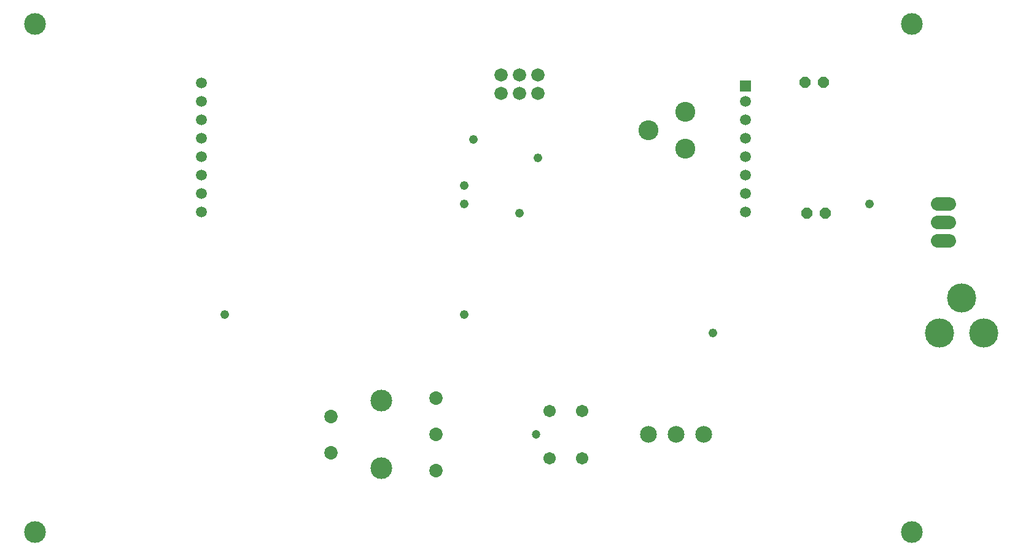
<source format=gbs>
G75*
%MOIN*%
%OFA0B0*%
%FSLAX24Y24*%
%IPPOS*%
%LPD*%
%AMOC8*
5,1,8,0,0,1.08239X$1,22.5*
%
%ADD10C,0.0595*%
%ADD11R,0.0595X0.0595*%
%ADD12C,0.0725*%
%ADD13C,0.0730*%
%ADD14C,0.1182*%
%ADD15C,0.0674*%
%ADD16C,0.0474*%
%ADD17C,0.1080*%
%ADD18C,0.0720*%
%ADD19OC8,0.0600*%
%ADD20C,0.1582*%
%ADD21C,0.0476*%
%ADD22C,0.0907*%
D10*
X036503Y031880D03*
X036503Y032880D03*
X036503Y033880D03*
X036503Y034880D03*
X036503Y035880D03*
X036503Y036880D03*
X036503Y037880D03*
X036503Y038880D03*
X066030Y037880D03*
X066030Y036880D03*
X066030Y035880D03*
X066030Y034880D03*
X066030Y033880D03*
X066030Y032880D03*
X066030Y031880D03*
D11*
X066030Y038726D03*
D12*
X076444Y032300D02*
X077089Y032300D01*
X077089Y031300D02*
X076444Y031300D01*
X076444Y030300D02*
X077089Y030300D01*
D13*
X049219Y021769D03*
X049219Y019800D03*
X049219Y017831D03*
X043511Y018816D03*
X043511Y020784D03*
D14*
X027467Y014520D03*
X046267Y017969D03*
X046267Y021631D03*
X075067Y014520D03*
X075067Y042080D03*
X027467Y042080D03*
D15*
X055381Y021080D03*
X057152Y021080D03*
X057152Y018520D03*
X055381Y018520D03*
D16*
X054656Y019800D03*
D17*
X062767Y035300D03*
X060767Y036300D03*
X062767Y037300D03*
D18*
X054767Y038300D03*
X053767Y038300D03*
X052767Y038300D03*
X052767Y039300D03*
X053767Y039300D03*
X054767Y039300D03*
D19*
X069247Y038900D03*
X070247Y038900D03*
X070367Y031820D03*
X069367Y031820D03*
D20*
X077767Y027200D03*
X078967Y025300D03*
X076567Y025300D03*
D21*
X064267Y025300D03*
X053767Y031800D03*
X050767Y032300D03*
X050767Y033300D03*
X054767Y034800D03*
X051267Y035800D03*
X050767Y026300D03*
X037767Y026300D03*
X072767Y032300D03*
D22*
X063767Y019800D03*
X062267Y019800D03*
X060767Y019800D03*
M02*

</source>
